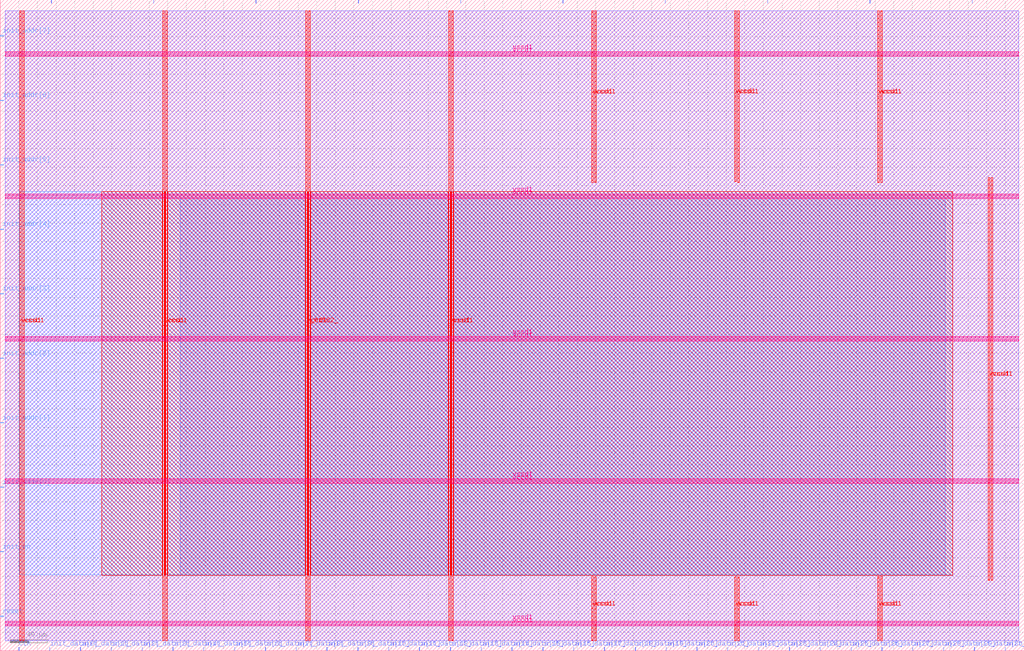
<source format=lef>
VERSION 5.7 ;
  NOWIREEXTENSIONATPIN ON ;
  DIVIDERCHAR "/" ;
  BUSBITCHARS "[]" ;
MACRO vsdmemsoc
  CLASS BLOCK ;
  FOREIGN vsdmemsoc ;
  ORIGIN 0.000 0.000 ;
  SIZE 1100.000 BY 700.000 ;
  PIN CLK
    PORT
      LAYER met2 ;
        RECT 19.870 0.000 20.150 4.000 ;
    END
  END CLK
  PIN OUT[0]
    PORT
      LAYER met2 ;
        RECT 54.830 696.000 55.110 700.000 ;
    END
  END OUT[0]
  PIN OUT[1]
    PORT
      LAYER met2 ;
        RECT 164.770 696.000 165.050 700.000 ;
    END
  END OUT[1]
  PIN OUT[2]
    PORT
      LAYER met2 ;
        RECT 274.710 696.000 274.990 700.000 ;
    END
  END OUT[2]
  PIN OUT[3]
    PORT
      LAYER met2 ;
        RECT 384.650 696.000 384.930 700.000 ;
    END
  END OUT[3]
  PIN OUT[4]
    PORT
      LAYER met2 ;
        RECT 494.590 696.000 494.870 700.000 ;
    END
  END OUT[4]
  PIN OUT[5]
    PORT
      LAYER met2 ;
        RECT 604.530 696.000 604.810 700.000 ;
    END
  END OUT[5]
  PIN OUT[6]
    PORT
      LAYER met2 ;
        RECT 714.470 696.000 714.750 700.000 ;
    END
  END OUT[6]
  PIN OUT[7]
    PORT
      LAYER met2 ;
        RECT 824.410 696.000 824.690 700.000 ;
    END
  END OUT[7]
  PIN OUT[8]
    PORT
      LAYER met2 ;
        RECT 934.350 696.000 934.630 700.000 ;
    END
  END OUT[8]
  PIN OUT[9]
    PORT
      LAYER met2 ;
        RECT 1044.290 696.000 1044.570 700.000 ;
    END
  END OUT[9]
  PIN init_addr[0]
    PORT
      LAYER met3 ;
        RECT 0.000 175.480 4.000 176.080 ;
    END
  END init_addr[0]
  PIN init_addr[1]
    PORT
      LAYER met3 ;
        RECT 0.000 244.840 4.000 245.440 ;
    END
  END init_addr[1]
  PIN init_addr[2]
    PORT
      LAYER met3 ;
        RECT 0.000 314.200 4.000 314.800 ;
    END
  END init_addr[2]
  PIN init_addr[3]
    PORT
      LAYER met3 ;
        RECT 0.000 383.560 4.000 384.160 ;
    END
  END init_addr[3]
  PIN init_addr[4]
    PORT
      LAYER met3 ;
        RECT 0.000 452.920 4.000 453.520 ;
    END
  END init_addr[4]
  PIN init_addr[5]
    PORT
      LAYER met3 ;
        RECT 0.000 522.280 4.000 522.880 ;
    END
  END init_addr[5]
  PIN init_addr[6]
    PORT
      LAYER met3 ;
        RECT 0.000 591.640 4.000 592.240 ;
    END
  END init_addr[6]
  PIN init_addr[7]
    PORT
      LAYER met3 ;
        RECT 0.000 661.000 4.000 661.600 ;
    END
  END init_addr[7]
  PIN init_data[0]
    PORT
      LAYER met2 ;
        RECT 52.990 0.000 53.270 4.000 ;
    END
  END init_data[0]
  PIN init_data[10]
    PORT
      LAYER met2 ;
        RECT 384.190 0.000 384.470 4.000 ;
    END
  END init_data[10]
  PIN init_data[11]
    PORT
      LAYER met2 ;
        RECT 417.310 0.000 417.590 4.000 ;
    END
  END init_data[11]
  PIN init_data[12]
    PORT
      LAYER met2 ;
        RECT 450.430 0.000 450.710 4.000 ;
    END
  END init_data[12]
  PIN init_data[13]
    PORT
      LAYER met2 ;
        RECT 483.550 0.000 483.830 4.000 ;
    END
  END init_data[13]
  PIN init_data[14]
    PORT
      LAYER met2 ;
        RECT 516.670 0.000 516.950 4.000 ;
    END
  END init_data[14]
  PIN init_data[15]
    PORT
      LAYER met2 ;
        RECT 549.790 0.000 550.070 4.000 ;
    END
  END init_data[15]
  PIN init_data[16]
    PORT
      LAYER met2 ;
        RECT 582.910 0.000 583.190 4.000 ;
    END
  END init_data[16]
  PIN init_data[17]
    PORT
      LAYER met2 ;
        RECT 616.030 0.000 616.310 4.000 ;
    END
  END init_data[17]
  PIN init_data[18]
    PORT
      LAYER met2 ;
        RECT 649.150 0.000 649.430 4.000 ;
    END
  END init_data[18]
  PIN init_data[19]
    PORT
      LAYER met2 ;
        RECT 682.270 0.000 682.550 4.000 ;
    END
  END init_data[19]
  PIN init_data[1]
    PORT
      LAYER met2 ;
        RECT 86.110 0.000 86.390 4.000 ;
    END
  END init_data[1]
  PIN init_data[20]
    PORT
      LAYER met2 ;
        RECT 715.390 0.000 715.670 4.000 ;
    END
  END init_data[20]
  PIN init_data[21]
    PORT
      LAYER met2 ;
        RECT 748.510 0.000 748.790 4.000 ;
    END
  END init_data[21]
  PIN init_data[22]
    PORT
      LAYER met2 ;
        RECT 781.630 0.000 781.910 4.000 ;
    END
  END init_data[22]
  PIN init_data[23]
    PORT
      LAYER met2 ;
        RECT 814.750 0.000 815.030 4.000 ;
    END
  END init_data[23]
  PIN init_data[24]
    PORT
      LAYER met2 ;
        RECT 847.870 0.000 848.150 4.000 ;
    END
  END init_data[24]
  PIN init_data[25]
    PORT
      LAYER met2 ;
        RECT 880.990 0.000 881.270 4.000 ;
    END
  END init_data[25]
  PIN init_data[26]
    PORT
      LAYER met2 ;
        RECT 914.110 0.000 914.390 4.000 ;
    END
  END init_data[26]
  PIN init_data[27]
    PORT
      LAYER met2 ;
        RECT 947.230 0.000 947.510 4.000 ;
    END
  END init_data[27]
  PIN init_data[28]
    PORT
      LAYER met2 ;
        RECT 980.350 0.000 980.630 4.000 ;
    END
  END init_data[28]
  PIN init_data[29]
    PORT
      LAYER met2 ;
        RECT 1013.470 0.000 1013.750 4.000 ;
    END
  END init_data[29]
  PIN init_data[2]
    PORT
      LAYER met2 ;
        RECT 119.230 0.000 119.510 4.000 ;
    END
  END init_data[2]
  PIN init_data[30]
    PORT
      LAYER met2 ;
        RECT 1046.590 0.000 1046.870 4.000 ;
    END
  END init_data[30]
  PIN init_data[31]
    PORT
      LAYER met2 ;
        RECT 1079.710 0.000 1079.990 4.000 ;
    END
  END init_data[31]
  PIN init_data[3]
    PORT
      LAYER met2 ;
        RECT 152.350 0.000 152.630 4.000 ;
    END
  END init_data[3]
  PIN init_data[4]
    PORT
      LAYER met2 ;
        RECT 185.470 0.000 185.750 4.000 ;
    END
  END init_data[4]
  PIN init_data[5]
    PORT
      LAYER met2 ;
        RECT 218.590 0.000 218.870 4.000 ;
    END
  END init_data[5]
  PIN init_data[6]
    PORT
      LAYER met2 ;
        RECT 251.710 0.000 251.990 4.000 ;
    END
  END init_data[6]
  PIN init_data[7]
    PORT
      LAYER met2 ;
        RECT 284.830 0.000 285.110 4.000 ;
    END
  END init_data[7]
  PIN init_data[8]
    PORT
      LAYER met2 ;
        RECT 317.950 0.000 318.230 4.000 ;
    END
  END init_data[8]
  PIN init_data[9]
    PORT
      LAYER met2 ;
        RECT 351.070 0.000 351.350 4.000 ;
    END
  END init_data[9]
  PIN init_en
    PORT
      LAYER met3 ;
        RECT 0.000 106.120 4.000 106.720 ;
    END
  END init_en
  PIN reset
    PORT
      LAYER met3 ;
        RECT 0.000 36.760 4.000 37.360 ;
    END
  END reset
  PIN vccd1
    PORT
      LAYER met5 ;
        RECT 5.280 486.270 1094.580 487.870 ;
    END
    PORT
      LAYER met4 ;
        RECT 1061.340 75.920 1062.940 508.880 ;
    END
    PORT
      LAYER met5 ;
        RECT 5.280 639.450 1094.580 641.050 ;
    END
    PORT
      LAYER met5 ;
        RECT 5.280 333.090 1094.580 334.690 ;
    END
    PORT
      LAYER met5 ;
        RECT 5.280 179.910 1094.580 181.510 ;
    END
    PORT
      LAYER met5 ;
        RECT 5.280 26.730 1094.580 28.330 ;
    END
    PORT
      LAYER met4 ;
        RECT 942.640 503.600 944.240 688.400 ;
    END
    PORT
      LAYER met4 ;
        RECT 942.640 10.640 944.240 80.020 ;
    END
    PORT
      LAYER met4 ;
        RECT 789.040 504.220 790.640 688.400 ;
    END
    PORT
      LAYER met4 ;
        RECT 789.040 10.640 790.640 79.400 ;
    END
    PORT
      LAYER met4 ;
        RECT 635.440 503.600 637.040 688.400 ;
    END
    PORT
      LAYER met4 ;
        RECT 635.440 10.640 637.040 80.020 ;
    END
    PORT
      LAYER met4 ;
        RECT 481.840 10.640 483.440 688.400 ;
    END
    PORT
      LAYER met4 ;
        RECT 328.240 10.640 329.840 688.400 ;
    END
    PORT
      LAYER met4 ;
        RECT 174.640 10.640 176.240 688.400 ;
    END
    PORT
      LAYER met4 ;
        RECT 21.040 10.640 22.640 688.400 ;
    END
  END vccd1
  PIN vssd1
    PORT
      LAYER met4 ;
        RECT 1065.020 75.920 1066.620 508.880 ;
    END
    PORT
      LAYER met5 ;
        RECT 5.280 642.750 1094.580 644.350 ;
    END
    PORT
      LAYER met5 ;
        RECT 5.280 489.570 1094.580 491.170 ;
    END
    PORT
      LAYER met5 ;
        RECT 5.280 336.390 1094.580 337.990 ;
    END
    PORT
      LAYER met5 ;
        RECT 5.280 183.210 1094.580 184.810 ;
    END
    PORT
      LAYER met5 ;
        RECT 5.280 30.030 1094.580 31.630 ;
    END
    PORT
      LAYER met4 ;
        RECT 945.940 503.600 947.540 688.400 ;
    END
    PORT
      LAYER met4 ;
        RECT 945.940 10.640 947.540 80.020 ;
    END
    PORT
      LAYER met4 ;
        RECT 792.340 503.600 793.940 688.400 ;
    END
    PORT
      LAYER met4 ;
        RECT 792.340 10.640 793.940 79.400 ;
    END
    PORT
      LAYER met4 ;
        RECT 638.740 503.600 640.340 688.400 ;
    END
    PORT
      LAYER met4 ;
        RECT 638.740 10.640 640.340 79.400 ;
    END
    PORT
      LAYER met4 ;
        RECT 485.140 10.640 486.740 688.400 ;
    END
    PORT
      LAYER met4 ;
        RECT 177.940 10.640 179.540 688.400 ;
    END
    PORT
      LAYER met4 ;
        RECT 24.340 10.640 25.940 688.400 ;
    END
  END vssd1
  PIN _01562_
    PORT
      LAYER met4 ;
        RECT 331.540 10.640 333.140 688.400 ;
    END
  END _01562_
  OBS
      LAYER li1 ;
        RECT 5.520 10.795 1094.340 688.245 ;
      LAYER met1 ;
        RECT 5.520 10.640 1094.340 688.400 ;
      LAYER met2 ;
        RECT 193.360 81.615 1015.490 486.130 ;
      LAYER met3 ;
        RECT 20.310 81.465 1023.380 493.620 ;
      LAYER met4 ;
        RECT 109.100 80.995 174.240 493.620 ;
        RECT 176.640 80.995 177.540 493.620 ;
        RECT 179.940 80.995 327.840 493.620 ;
        RECT 330.240 80.995 331.140 493.620 ;
        RECT 333.540 80.995 481.440 493.620 ;
        RECT 483.840 80.995 484.740 493.620 ;
        RECT 487.140 80.995 1023.380 493.620 ;
  END
END vsdmemsoc
END LIBRARY


</source>
